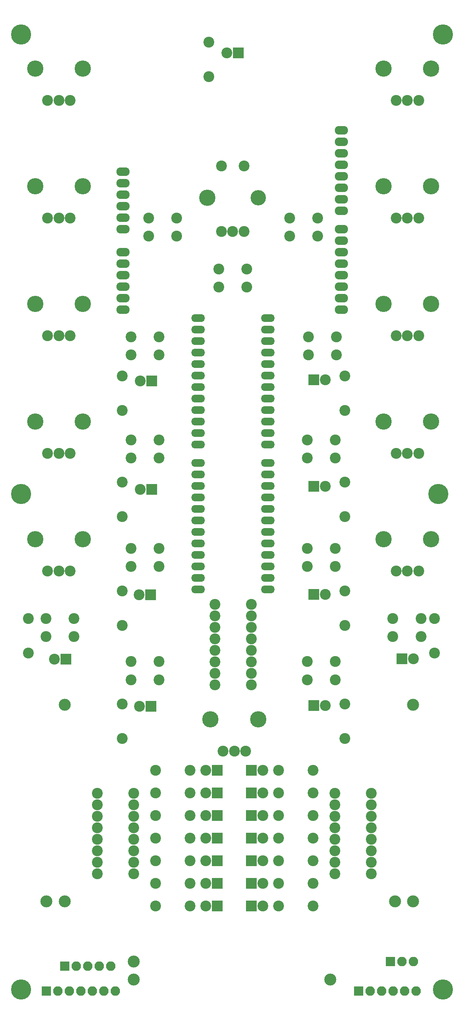
<source format=gbr>
G04 #@! TF.FileFunction,Soldermask,Top*
%FSLAX46Y46*%
G04 Gerber Fmt 4.6, Leading zero omitted, Abs format (unit mm)*
G04 Created by KiCad (PCBNEW 4.0.6) date Monday, July 02, 2018 'PMt' 05:04:15 PM*
%MOMM*%
%LPD*%
G01*
G04 APERTURE LIST*
%ADD10C,0.100000*%
%ADD11C,2.398980*%
%ADD12C,3.600000*%
%ADD13C,4.464000*%
%ADD14R,2.400000X2.400000*%
%ADD15C,2.400000*%
%ADD16O,2.940000X1.924000*%
%ADD17C,2.647900*%
%ADD18O,3.041600X1.720800*%
%ADD19C,3.400000*%
%ADD20R,2.100000X2.100000*%
%ADD21O,2.100000X2.100000*%
G04 APERTURE END LIST*
D10*
D11*
X128050000Y-69000000D03*
X121850000Y-69000000D03*
X128050000Y-65000000D03*
X121850000Y-65000000D03*
X127850000Y-115750000D03*
X121650000Y-115750000D03*
X127850000Y-111750000D03*
X121650000Y-111750000D03*
D12*
X149000000Y-5750000D03*
D11*
X143750000Y-12750000D03*
X146250000Y-12750000D03*
X141250000Y-12750000D03*
D12*
X138500000Y-5750000D03*
D11*
X101240000Y-124110000D03*
X101240000Y-126650000D03*
X101240000Y-129190000D03*
X101240000Y-131730000D03*
X101240000Y-134270000D03*
X101240000Y-136810000D03*
X101240000Y-139350000D03*
X101240000Y-141890000D03*
X109260000Y-141890000D03*
X109260000Y-139350000D03*
X109260000Y-136810000D03*
X109260000Y-134270000D03*
X109260000Y-131730000D03*
X109260000Y-129190000D03*
X109260000Y-126650000D03*
X109260000Y-124110000D03*
D13*
X58400000Y-99700000D03*
X150600000Y-99700000D03*
X58400000Y-209200000D03*
X151600000Y-209200000D03*
X151600000Y1800000D03*
D14*
X68250000Y-136250000D03*
D15*
X65710000Y-136250000D03*
D14*
X87050000Y-146600000D03*
D15*
X84510000Y-146600000D03*
D14*
X87000000Y-122000000D03*
D15*
X84460000Y-122000000D03*
D14*
X87250000Y-98750000D03*
D15*
X84710000Y-98750000D03*
D14*
X87250000Y-74750000D03*
D15*
X84710000Y-74750000D03*
D14*
X106400000Y-2250000D03*
D15*
X103860000Y-2250000D03*
D14*
X142500000Y-136100000D03*
D15*
X145040000Y-136100000D03*
D14*
X123100000Y-146500000D03*
D15*
X125640000Y-146500000D03*
D14*
X123100000Y-121900000D03*
D15*
X125640000Y-121900000D03*
D14*
X123100000Y-98000000D03*
D15*
X125640000Y-98000000D03*
D14*
X123100000Y-74500000D03*
D15*
X125640000Y-74500000D03*
D11*
X60000000Y-127250000D03*
X60000000Y-134870000D03*
X80750000Y-153750000D03*
X80750000Y-146130000D03*
X80750000Y-128750000D03*
X80750000Y-121130000D03*
X80750000Y-104750000D03*
X80750000Y-97130000D03*
X80750000Y-81250000D03*
X80750000Y-73630000D03*
X99900000Y-7500000D03*
X99900000Y120000D03*
X149750000Y-127250000D03*
X149750000Y-134870000D03*
X129950000Y-153750000D03*
X129950000Y-146130000D03*
X129950000Y-128750000D03*
X129950000Y-121130000D03*
X129950000Y-104750000D03*
X129950000Y-97130000D03*
X129950000Y-81250000D03*
X129950000Y-73630000D03*
X95750000Y-190750000D03*
X88130000Y-190750000D03*
X95750000Y-185750000D03*
X88130000Y-185750000D03*
X95750000Y-180750000D03*
X88130000Y-180750000D03*
X95750000Y-175750000D03*
X88130000Y-175750000D03*
X95750000Y-170750000D03*
X88130000Y-170750000D03*
X95750000Y-165750000D03*
X88130000Y-165750000D03*
X95750000Y-160750000D03*
X88130000Y-160750000D03*
X115250000Y-190750000D03*
X122870000Y-190750000D03*
X115250000Y-185750000D03*
X122870000Y-185750000D03*
X115250000Y-180750000D03*
X122870000Y-180750000D03*
X115250000Y-175750000D03*
X122870000Y-175750000D03*
X115250000Y-170750000D03*
X122870000Y-170750000D03*
X115250000Y-165750000D03*
X122870000Y-165750000D03*
X115250000Y-160750000D03*
X122870000Y-160750000D03*
D16*
X80890000Y-59000000D03*
X80890000Y-56460000D03*
X80890000Y-53920000D03*
X80890000Y-46300000D03*
X80890000Y-48840000D03*
X80890000Y-51380000D03*
X80890000Y-41220000D03*
X80890000Y-38680000D03*
X80890000Y-36140000D03*
X80890000Y-31060000D03*
X80890000Y-28520000D03*
X129150000Y-59000000D03*
X129150000Y-56460000D03*
X129150000Y-53920000D03*
X129150000Y-51380000D03*
X129150000Y-48840000D03*
X129150000Y-46300000D03*
X129150000Y-43760000D03*
X129150000Y-41220000D03*
X129150000Y-37156000D03*
X129150000Y-34616000D03*
X129150000Y-32076000D03*
X129150000Y-29536000D03*
X129150000Y-26996000D03*
X129150000Y-24456000D03*
X129150000Y-21916000D03*
X129150000Y-19376000D03*
X80890000Y-33600000D03*
D14*
X101750000Y-190750000D03*
D15*
X99210000Y-190750000D03*
D14*
X101750000Y-185750000D03*
D15*
X99210000Y-185750000D03*
D14*
X101750000Y-180750000D03*
D15*
X99210000Y-180750000D03*
D14*
X101750000Y-175750000D03*
D15*
X99210000Y-175750000D03*
D14*
X101750000Y-170750000D03*
D15*
X99210000Y-170750000D03*
D14*
X101750000Y-165750000D03*
D15*
X99210000Y-165750000D03*
D14*
X101750000Y-160750000D03*
D15*
X99210000Y-160750000D03*
D14*
X109250000Y-190750000D03*
D15*
X111790000Y-190750000D03*
D14*
X109250000Y-185750000D03*
D15*
X111790000Y-185750000D03*
D14*
X109250000Y-180750000D03*
D15*
X111790000Y-180750000D03*
D14*
X109250000Y-175750000D03*
D15*
X111790000Y-175750000D03*
D14*
X109250000Y-170750000D03*
D15*
X111790000Y-170750000D03*
D14*
X109250000Y-165750000D03*
D15*
X111790000Y-165750000D03*
D14*
X109250000Y-160750000D03*
D15*
X111790000Y-160750000D03*
D13*
X58400000Y1800000D03*
D17*
X144998980Y-146252520D03*
X144998980Y-189747480D03*
X141001020Y-189747480D03*
X126747480Y-206998980D03*
X83252520Y-206998980D03*
X83252520Y-203001020D03*
X67998980Y-146252520D03*
X67998980Y-189747480D03*
X64001020Y-189747480D03*
D11*
X127740000Y-165860000D03*
X127740000Y-168400000D03*
X127740000Y-170940000D03*
X127740000Y-173480000D03*
X127740000Y-176020000D03*
X127740000Y-178560000D03*
X127740000Y-181100000D03*
X127740000Y-183640000D03*
X135760000Y-183640000D03*
X135760000Y-181100000D03*
X135760000Y-178560000D03*
X135760000Y-176020000D03*
X135760000Y-173480000D03*
X135760000Y-170940000D03*
X135760000Y-168400000D03*
X135760000Y-165860000D03*
X83260000Y-183640000D03*
X83260000Y-181100000D03*
X83260000Y-178560000D03*
X83260000Y-176020000D03*
X83260000Y-173480000D03*
X83260000Y-170940000D03*
X83260000Y-168400000D03*
X83260000Y-165860000D03*
X75240000Y-165860000D03*
X75240000Y-168400000D03*
X75240000Y-170940000D03*
X75240000Y-173480000D03*
X75240000Y-176020000D03*
X75240000Y-178560000D03*
X75240000Y-181100000D03*
X75240000Y-183640000D03*
D18*
X97480000Y-92830000D03*
X97480000Y-95370000D03*
X97480000Y-97910000D03*
X97480000Y-100450000D03*
X97480000Y-102990000D03*
X97480000Y-105530000D03*
X97480000Y-108070000D03*
X97480000Y-110610000D03*
X97480000Y-113150000D03*
X97480000Y-115690000D03*
X97480000Y-118230000D03*
X97480000Y-120770000D03*
X112920000Y-120770000D03*
X112920000Y-118230000D03*
X112920000Y-115690000D03*
X112920000Y-113150000D03*
X112920000Y-110610000D03*
X112920000Y-108070000D03*
X112920000Y-105530000D03*
X112920000Y-102990000D03*
X112920000Y-100450000D03*
X112920000Y-97910000D03*
X112920000Y-95370000D03*
X112920000Y-92830000D03*
X97480000Y-60830000D03*
X97480000Y-63370000D03*
X97480000Y-65910000D03*
X97480000Y-68450000D03*
X97480000Y-70990000D03*
X97480000Y-73530000D03*
X97480000Y-76070000D03*
X97480000Y-78610000D03*
X97480000Y-81150000D03*
X97480000Y-83690000D03*
X97480000Y-86230000D03*
X97480000Y-88770000D03*
X112920000Y-88770000D03*
X112920000Y-86230000D03*
X112920000Y-83690000D03*
X112920000Y-81150000D03*
X112920000Y-78610000D03*
X112920000Y-76070000D03*
X112920000Y-73530000D03*
X112920000Y-70990000D03*
X112920000Y-68450000D03*
X112920000Y-65910000D03*
X112920000Y-63370000D03*
X112920000Y-60830000D03*
D12*
X72000000Y-5750000D03*
D11*
X66750000Y-12750000D03*
X69250000Y-12750000D03*
X64250000Y-12750000D03*
D12*
X61500000Y-5750000D03*
X72000000Y-31750000D03*
D11*
X66750000Y-38750000D03*
X69250000Y-38750000D03*
X64250000Y-38750000D03*
D12*
X61500000Y-31750000D03*
X72000000Y-57750000D03*
D11*
X66750000Y-64750000D03*
X69250000Y-64750000D03*
X64250000Y-64750000D03*
D12*
X61500000Y-57750000D03*
X72000000Y-83750000D03*
D11*
X66750000Y-90750000D03*
X69250000Y-90750000D03*
X64250000Y-90750000D03*
D12*
X61500000Y-83750000D03*
X72000000Y-109750000D03*
D11*
X66750000Y-116750000D03*
X69250000Y-116750000D03*
X64250000Y-116750000D03*
D12*
X61500000Y-109750000D03*
X110750000Y-149500000D03*
D11*
X105500000Y-156500000D03*
X108000000Y-156500000D03*
X103000000Y-156500000D03*
D12*
X100250000Y-149500000D03*
X149000000Y-109750000D03*
D11*
X143750000Y-116750000D03*
X146250000Y-116750000D03*
X141250000Y-116750000D03*
D12*
X138500000Y-109750000D03*
X149000000Y-83750000D03*
D11*
X143750000Y-90750000D03*
X146250000Y-90750000D03*
X141250000Y-90750000D03*
D12*
X138500000Y-83750000D03*
X149000000Y-57750000D03*
D11*
X143750000Y-64750000D03*
X146250000Y-64750000D03*
X141250000Y-64750000D03*
D12*
X138500000Y-57750000D03*
X149000000Y-31750000D03*
D11*
X143750000Y-38750000D03*
X146250000Y-38750000D03*
X141250000Y-38750000D03*
D12*
X138500000Y-31750000D03*
D11*
X92750000Y-42750000D03*
X86550000Y-42750000D03*
X92750000Y-38750000D03*
X86550000Y-38750000D03*
X108250000Y-54000000D03*
X102050000Y-54000000D03*
X108250000Y-50000000D03*
X102050000Y-50000000D03*
X123900000Y-42750000D03*
X117700000Y-42750000D03*
X123900000Y-38750000D03*
X117700000Y-38750000D03*
X88850000Y-69000000D03*
X82650000Y-69000000D03*
X88850000Y-65000000D03*
X82650000Y-65000000D03*
X88850000Y-91750000D03*
X82650000Y-91750000D03*
X88850000Y-87750000D03*
X82650000Y-87750000D03*
X88850000Y-115750000D03*
X82650000Y-115750000D03*
X88850000Y-111750000D03*
X82650000Y-111750000D03*
X88850000Y-140750000D03*
X82650000Y-140750000D03*
X88850000Y-136750000D03*
X82650000Y-136750000D03*
X70100000Y-131250000D03*
X63900000Y-131250000D03*
X70100000Y-127250000D03*
X63900000Y-127250000D03*
X127850000Y-140750000D03*
X121650000Y-140750000D03*
X127850000Y-136750000D03*
X121650000Y-136750000D03*
X146750000Y-131200000D03*
X140550000Y-131200000D03*
X146750000Y-127200000D03*
X140550000Y-127200000D03*
X127850000Y-91750000D03*
X121650000Y-91750000D03*
X127850000Y-87750000D03*
X121650000Y-87750000D03*
X102650000Y-27250000D03*
X102650000Y-41750000D03*
X105150000Y-41750000D03*
X107650000Y-41750000D03*
X107650000Y-27250000D03*
D19*
X110750000Y-34250000D03*
D12*
X99550000Y-34250000D03*
D20*
X68000000Y-204000000D03*
D21*
X70540000Y-204000000D03*
X73080000Y-204000000D03*
X75620000Y-204000000D03*
X78160000Y-204000000D03*
D20*
X133000000Y-209500000D03*
D21*
X135540000Y-209500000D03*
X138080000Y-209500000D03*
X140620000Y-209500000D03*
X143160000Y-209500000D03*
X145700000Y-209500000D03*
D20*
X64000000Y-209500000D03*
D21*
X66540000Y-209500000D03*
X69080000Y-209500000D03*
X71620000Y-209500000D03*
X74160000Y-209500000D03*
X76700000Y-209500000D03*
X79240000Y-209500000D03*
D20*
X140000000Y-203000000D03*
D21*
X142540000Y-203000000D03*
X145080000Y-203000000D03*
M02*

</source>
